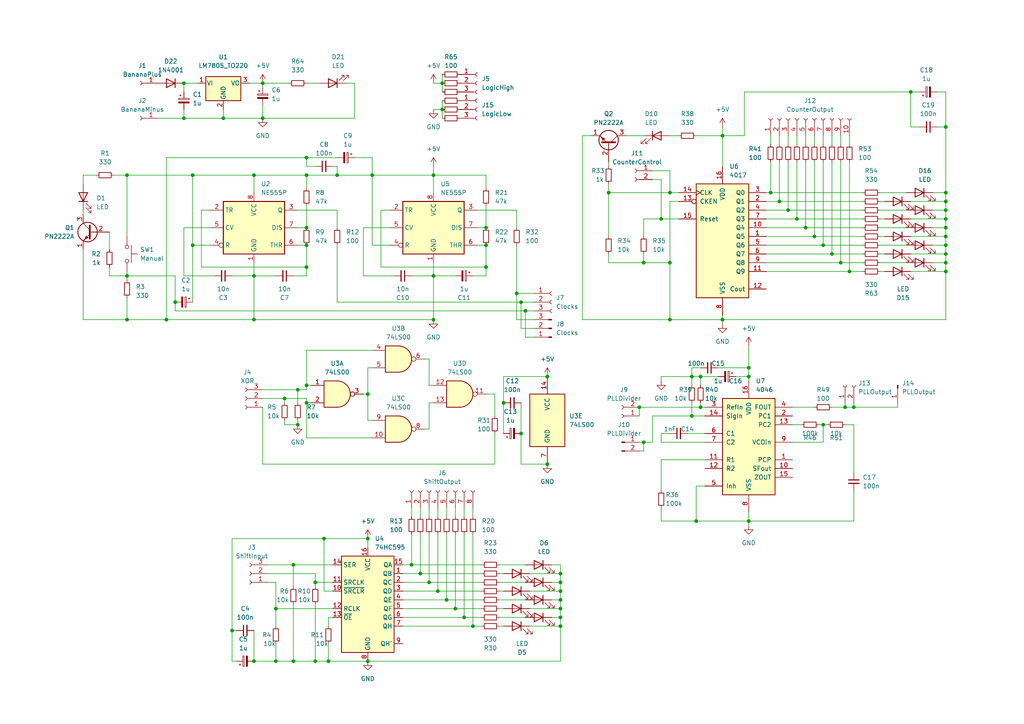
<source format=kicad_sch>
(kicad_sch (version 20230121) (generator eeschema)
  (paper "A4")
  (junction (at 203.2 109.22))
  (junction (at 162.56 171.45))
  (junction (at 82.55 115.57))
  (junction (at 264.16 26.67))
  (junction (at 217.17 151.13))
  (junction (at 88.9 45.72))
  (junction (at 233.68 66.04))
  (junction (at 186.69 76.2))
  (junction (at 53.34 34.29))
  (junction (at 176.53 55.88))
  (junction (at 151.13 125.73))
  (junction (at 274.32 55.88))
  (junction (at 91.44 191.77))
  (junction (at 274.32 73.66))
  (junction (at 140.97 66.04))
  (junction (at 186.69 128.27))
  (junction (at 194.31 55.88))
  (junction (at 274.32 76.2))
  (junction (at 191.77 63.5))
  (junction (at 146.05 116.84))
  (junction (at 88.9 50.8))
  (junction (at 55.88 71.12))
  (junction (at 125.73 50.8))
  (junction (at 201.93 151.13))
  (junction (at 274.32 63.5))
  (junction (at 88.9 77.47))
  (junction (at 97.79 50.8))
  (junction (at 162.56 176.53))
  (junction (at 238.76 123.19))
  (junction (at 76.2 24.13))
  (junction (at 247.65 118.11))
  (junction (at 76.2 34.29))
  (junction (at 200.66 109.22))
  (junction (at 203.2 118.11))
  (junction (at 134.62 179.07))
  (junction (at 36.83 92.71))
  (junction (at 209.55 39.37))
  (junction (at 106.68 156.21))
  (junction (at 128.27 24.13))
  (junction (at 93.98 156.21))
  (junction (at 231.14 63.5))
  (junction (at 209.55 92.71))
  (junction (at 246.38 78.74))
  (junction (at 95.25 191.77))
  (junction (at 106.68 114.3))
  (junction (at 274.32 66.04))
  (junction (at 129.54 173.99))
  (junction (at 36.83 80.01))
  (junction (at 36.83 50.8))
  (junction (at 236.22 68.58))
  (junction (at 162.56 179.07))
  (junction (at 162.56 168.91))
  (junction (at 73.66 80.01))
  (junction (at 80.01 191.77))
  (junction (at 128.27 31.75))
  (junction (at 274.32 71.12))
  (junction (at 140.97 71.12))
  (junction (at 80.01 176.53))
  (junction (at 140.97 77.47))
  (junction (at 55.88 50.8))
  (junction (at 238.76 71.12))
  (junction (at 119.38 163.83))
  (junction (at 194.31 92.71))
  (junction (at 121.92 166.37))
  (junction (at 73.66 50.8))
  (junction (at 241.3 73.66))
  (junction (at 88.9 116.84))
  (junction (at 86.36 113.03))
  (junction (at 50.8 87.63))
  (junction (at 125.73 92.71))
  (junction (at 274.32 68.58))
  (junction (at 73.66 92.71))
  (junction (at 88.9 66.04))
  (junction (at 132.08 176.53))
  (junction (at 226.06 58.42))
  (junction (at 274.32 60.96))
  (junction (at 67.31 182.88))
  (junction (at 194.31 76.2))
  (junction (at 158.75 109.22))
  (junction (at 73.66 191.77))
  (junction (at 200.66 120.65))
  (junction (at 149.86 85.09))
  (junction (at 91.44 168.91))
  (junction (at 124.46 168.91))
  (junction (at 125.73 80.01))
  (junction (at 152.4 90.17))
  (junction (at 106.68 191.77))
  (junction (at 151.13 87.63))
  (junction (at 162.56 181.61))
  (junction (at 86.36 123.19))
  (junction (at 162.56 173.99))
  (junction (at 243.84 76.2))
  (junction (at 274.32 58.42))
  (junction (at 274.32 78.74))
  (junction (at 48.26 92.71))
  (junction (at 245.11 118.11))
  (junction (at 85.09 191.77))
  (junction (at 274.32 36.83))
  (junction (at 217.17 109.22))
  (junction (at 85.09 163.83))
  (junction (at 185.42 118.11))
  (junction (at 64.77 34.29))
  (junction (at 88.9 71.12))
  (junction (at 88.9 111.76))
  (junction (at 107.95 50.8))
  (junction (at 127 171.45))
  (junction (at 217.17 106.68))
  (junction (at 223.52 55.88))
  (junction (at 53.34 24.13))
  (junction (at 162.56 166.37))
  (junction (at 228.6 60.96))
  (junction (at 137.16 181.61))
  (junction (at 158.75 134.62))
  (wire (pts (xy 149.86 71.12) (xy 149.86 85.09)))
  (wire (pts (xy 203.2 118.11) (xy 204.47 118.11)))
  (wire (pts (xy 238.76 128.27) (xy 229.87 128.27)))
  (wire (pts (xy 217.17 151.13) (xy 217.17 148.59)))
  (wire (pts (xy 245.11 123.19) (xy 247.65 123.19)))
  (wire (pts (xy 93.98 171.45) (xy 96.52 171.45)))
  (wire (pts (xy 151.13 95.25) (xy 154.94 95.25)))
  (wire (pts (xy 209.55 93.98) (xy 209.55 92.71)))
  (wire (pts (xy 82.55 115.57) (xy 82.55 116.84)))
  (wire (pts (xy 55.88 50.8) (xy 73.66 50.8)))
  (wire (pts (xy 102.87 34.29) (xy 76.2 34.29)))
  (wire (pts (xy 200.66 106.68) (xy 200.66 109.22)))
  (wire (pts (xy 124.46 147.32) (xy 124.46 149.86)))
  (wire (pts (xy 129.54 154.94) (xy 129.54 173.99)))
  (wire (pts (xy 48.26 45.72) (xy 88.9 45.72)))
  (wire (pts (xy 247.65 116.84) (xy 247.65 118.11)))
  (wire (pts (xy 119.38 163.83) (xy 139.7 163.83)))
  (wire (pts (xy 86.36 123.19) (xy 86.36 121.92)))
  (wire (pts (xy 144.78 181.61) (xy 146.05 181.61)))
  (wire (pts (xy 73.66 50.8) (xy 73.66 55.88)))
  (wire (pts (xy 105.41 66.04) (xy 105.41 80.01)))
  (wire (pts (xy 124.46 124.46) (xy 123.19 124.46)))
  (wire (pts (xy 204.47 133.35) (xy 191.77 133.35)))
  (wire (pts (xy 82.55 121.92) (xy 82.55 123.19)))
  (wire (pts (xy 107.95 121.92) (xy 106.68 121.92)))
  (wire (pts (xy 125.73 76.2) (xy 125.73 80.01)))
  (wire (pts (xy 116.84 181.61) (xy 137.16 181.61)))
  (wire (pts (xy 194.31 58.42) (xy 194.31 76.2)))
  (wire (pts (xy 264.16 58.42) (xy 274.32 58.42)))
  (wire (pts (xy 223.52 55.88) (xy 250.19 55.88)))
  (wire (pts (xy 176.53 68.58) (xy 176.53 55.88)))
  (wire (pts (xy 137.16 154.94) (xy 137.16 181.61)))
  (wire (pts (xy 119.38 154.94) (xy 119.38 163.83)))
  (wire (pts (xy 255.27 60.96) (xy 262.89 60.96)))
  (wire (pts (xy 144.78 163.83) (xy 152.4 163.83)))
  (wire (pts (xy 73.66 80.01) (xy 80.01 80.01)))
  (wire (pts (xy 97.79 48.26) (xy 97.79 50.8)))
  (wire (pts (xy 264.16 63.5) (xy 274.32 63.5)))
  (wire (pts (xy 255.27 78.74) (xy 256.54 78.74)))
  (wire (pts (xy 231.14 63.5) (xy 250.19 63.5)))
  (wire (pts (xy 82.55 123.19) (xy 86.36 123.19)))
  (wire (pts (xy 125.73 31.75) (xy 128.27 31.75)))
  (wire (pts (xy 53.34 66.04) (xy 53.34 80.01)))
  (wire (pts (xy 106.68 156.21) (xy 106.68 158.75)))
  (wire (pts (xy 241.3 118.11) (xy 245.11 118.11)))
  (wire (pts (xy 168.91 92.71) (xy 194.31 92.71)))
  (wire (pts (xy 162.56 166.37) (xy 162.56 163.83)))
  (wire (pts (xy 191.77 109.22) (xy 200.66 109.22)))
  (wire (pts (xy 106.68 191.77) (xy 162.56 191.77)))
  (wire (pts (xy 160.02 168.91) (xy 162.56 168.91)))
  (wire (pts (xy 80.01 176.53) (xy 80.01 181.61)))
  (wire (pts (xy 88.9 50.8) (xy 97.79 50.8)))
  (wire (pts (xy 222.25 71.12) (xy 238.76 71.12)))
  (wire (pts (xy 264.16 68.58) (xy 274.32 68.58)))
  (wire (pts (xy 85.09 163.83) (xy 85.09 170.18)))
  (wire (pts (xy 86.36 113.03) (xy 86.36 116.84)))
  (wire (pts (xy 215.9 26.67) (xy 215.9 39.37)))
  (wire (pts (xy 129.54 173.99) (xy 139.7 173.99)))
  (wire (pts (xy 67.31 156.21) (xy 67.31 182.88)))
  (wire (pts (xy 55.88 71.12) (xy 55.88 87.63)))
  (wire (pts (xy 128.27 29.21) (xy 128.27 31.75)))
  (wire (pts (xy 125.73 48.26) (xy 125.73 50.8)))
  (wire (pts (xy 185.42 118.11) (xy 203.2 118.11)))
  (wire (pts (xy 236.22 46.99) (xy 236.22 68.58)))
  (wire (pts (xy 125.73 80.01) (xy 125.73 92.71)))
  (wire (pts (xy 140.97 80.01) (xy 140.97 77.47)))
  (wire (pts (xy 82.55 115.57) (xy 88.9 115.57)))
  (wire (pts (xy 260.35 116.84) (xy 260.35 118.11)))
  (wire (pts (xy 116.84 163.83) (xy 119.38 163.83)))
  (wire (pts (xy 128.27 21.59) (xy 128.27 24.13)))
  (wire (pts (xy 116.84 173.99) (xy 129.54 173.99)))
  (wire (pts (xy 191.77 63.5) (xy 196.85 63.5)))
  (wire (pts (xy 243.84 76.2) (xy 250.19 76.2)))
  (wire (pts (xy 162.56 168.91) (xy 162.56 171.45)))
  (wire (pts (xy 113.03 60.96) (xy 110.49 60.96)))
  (wire (pts (xy 73.66 76.2) (xy 73.66 80.01)))
  (wire (pts (xy 144.78 171.45) (xy 146.05 171.45)))
  (wire (pts (xy 186.69 68.58) (xy 186.69 63.5)))
  (wire (pts (xy 67.31 182.88) (xy 68.58 182.88)))
  (wire (pts (xy 134.62 179.07) (xy 139.7 179.07)))
  (wire (pts (xy 186.69 128.27) (xy 186.69 130.81)))
  (wire (pts (xy 176.53 46.99) (xy 176.53 48.26)))
  (wire (pts (xy 88.9 71.12) (xy 86.36 71.12)))
  (wire (pts (xy 76.2 115.57) (xy 82.55 115.57)))
  (wire (pts (xy 137.16 147.32) (xy 137.16 149.86)))
  (wire (pts (xy 76.2 113.03) (xy 86.36 113.03)))
  (wire (pts (xy 194.31 49.53) (xy 194.31 55.88)))
  (wire (pts (xy 264.16 78.74) (xy 274.32 78.74)))
  (wire (pts (xy 55.88 71.12) (xy 55.88 50.8)))
  (wire (pts (xy 222.25 68.58) (xy 236.22 68.58)))
  (wire (pts (xy 91.44 168.91) (xy 96.52 168.91)))
  (wire (pts (xy 247.65 118.11) (xy 245.11 118.11)))
  (wire (pts (xy 149.86 85.09) (xy 149.86 92.71)))
  (wire (pts (xy 76.2 34.29) (xy 76.2 30.48)))
  (wire (pts (xy 144.78 168.91) (xy 152.4 168.91)))
  (wire (pts (xy 209.55 36.83) (xy 209.55 39.37)))
  (wire (pts (xy 86.36 60.96) (xy 97.79 60.96)))
  (wire (pts (xy 274.32 36.83) (xy 274.32 55.88)))
  (wire (pts (xy 222.25 76.2) (xy 243.84 76.2)))
  (wire (pts (xy 255.27 71.12) (xy 262.89 71.12)))
  (wire (pts (xy 238.76 39.37) (xy 238.76 41.91)))
  (wire (pts (xy 194.31 92.71) (xy 209.55 92.71)))
  (wire (pts (xy 107.95 45.72) (xy 107.95 50.8)))
  (wire (pts (xy 93.98 156.21) (xy 93.98 171.45)))
  (wire (pts (xy 151.13 116.84) (xy 151.13 125.73)))
  (wire (pts (xy 125.73 80.01) (xy 132.08 80.01)))
  (wire (pts (xy 194.31 76.2) (xy 194.31 92.71)))
  (wire (pts (xy 86.36 66.04) (xy 88.9 66.04)))
  (wire (pts (xy 48.26 92.71) (xy 48.26 45.72)))
  (wire (pts (xy 176.53 76.2) (xy 186.69 76.2)))
  (wire (pts (xy 203.2 106.68) (xy 200.66 106.68)))
  (wire (pts (xy 191.77 125.73) (xy 194.31 125.73)))
  (wire (pts (xy 199.39 125.73) (xy 204.47 125.73)))
  (wire (pts (xy 140.97 59.69) (xy 140.97 66.04)))
  (wire (pts (xy 73.66 80.01) (xy 73.66 92.71)))
  (wire (pts (xy 88.9 45.72) (xy 97.79 45.72)))
  (wire (pts (xy 266.7 36.83) (xy 264.16 36.83)))
  (wire (pts (xy 236.22 39.37) (xy 236.22 41.91)))
  (wire (pts (xy 121.92 147.32) (xy 121.92 149.86)))
  (wire (pts (xy 201.93 39.37) (xy 209.55 39.37)))
  (wire (pts (xy 125.73 50.8) (xy 125.73 55.88)))
  (wire (pts (xy 116.84 179.07) (xy 134.62 179.07)))
  (wire (pts (xy 194.31 49.53) (xy 189.23 49.53)))
  (wire (pts (xy 116.84 171.45) (xy 127 171.45)))
  (wire (pts (xy 162.56 191.77) (xy 162.56 181.61)))
  (wire (pts (xy 215.9 39.37) (xy 209.55 39.37)))
  (wire (pts (xy 57.15 24.13) (xy 53.34 24.13)))
  (wire (pts (xy 233.68 46.99) (xy 233.68 66.04)))
  (wire (pts (xy 93.98 156.21) (xy 67.31 156.21)))
  (wire (pts (xy 88.9 59.69) (xy 88.9 66.04)))
  (wire (pts (xy 140.97 114.3) (xy 143.51 114.3)))
  (wire (pts (xy 255.27 63.5) (xy 256.54 63.5)))
  (wire (pts (xy 36.83 80.01) (xy 36.83 78.74)))
  (wire (pts (xy 138.43 60.96) (xy 149.86 60.96)))
  (wire (pts (xy 24.13 62.23) (xy 24.13 60.96)))
  (wire (pts (xy 88.9 111.76) (xy 88.9 101.6)))
  (wire (pts (xy 88.9 24.13) (xy 92.71 24.13)))
  (wire (pts (xy 107.95 71.12) (xy 107.95 50.8)))
  (wire (pts (xy 246.38 39.37) (xy 246.38 41.91)))
  (wire (pts (xy 124.46 104.14) (xy 124.46 111.76)))
  (wire (pts (xy 129.54 147.32) (xy 129.54 149.86)))
  (wire (pts (xy 121.92 154.94) (xy 121.92 166.37)))
  (wire (pts (xy 160.02 179.07) (xy 162.56 179.07)))
  (wire (pts (xy 153.67 171.45) (xy 162.56 171.45)))
  (wire (pts (xy 151.13 134.62) (xy 158.75 134.62)))
  (wire (pts (xy 53.34 80.01) (xy 62.23 80.01)))
  (wire (pts (xy 162.56 181.61) (xy 153.67 181.61)))
  (wire (pts (xy 217.17 106.68) (xy 217.17 109.22)))
  (wire (pts (xy 255.27 66.04) (xy 262.89 66.04)))
  (wire (pts (xy 238.76 123.19) (xy 238.76 128.27)))
  (wire (pts (xy 274.32 68.58) (xy 274.32 71.12)))
  (wire (pts (xy 274.32 58.42) (xy 274.32 60.96)))
  (wire (pts (xy 116.84 166.37) (xy 121.92 166.37)))
  (wire (pts (xy 97.79 50.8) (xy 107.95 50.8)))
  (wire (pts (xy 45.72 34.29) (xy 53.34 34.29)))
  (wire (pts (xy 247.65 123.19) (xy 247.65 137.16)))
  (wire (pts (xy 223.52 39.37) (xy 223.52 41.91)))
  (wire (pts (xy 88.9 127) (xy 88.9 116.84)))
  (wire (pts (xy 134.62 147.32) (xy 134.62 149.86)))
  (wire (pts (xy 185.42 118.11) (xy 185.42 120.65)))
  (wire (pts (xy 151.13 87.63) (xy 154.94 87.63)))
  (wire (pts (xy 204.47 140.97) (xy 201.93 140.97)))
  (wire (pts (xy 85.09 80.01) (xy 88.9 80.01)))
  (wire (pts (xy 58.42 60.96) (xy 58.42 77.47)))
  (wire (pts (xy 189.23 52.07) (xy 191.77 52.07)))
  (wire (pts (xy 124.46 154.94) (xy 124.46 168.91)))
  (wire (pts (xy 73.66 92.71) (xy 125.73 92.71)))
  (wire (pts (xy 124.46 116.84) (xy 124.46 124.46)))
  (wire (pts (xy 191.77 147.32) (xy 191.77 151.13)))
  (wire (pts (xy 127 171.45) (xy 139.7 171.45)))
  (wire (pts (xy 226.06 46.99) (xy 226.06 58.42)))
  (wire (pts (xy 191.77 133.35) (xy 191.77 142.24)))
  (wire (pts (xy 217.17 151.13) (xy 217.17 152.4)))
  (wire (pts (xy 233.68 39.37) (xy 233.68 41.91)))
  (wire (pts (xy 72.39 24.13) (xy 76.2 24.13)))
  (wire (pts (xy 186.69 76.2) (xy 194.31 76.2)))
  (wire (pts (xy 226.06 58.42) (xy 250.19 58.42)))
  (wire (pts (xy 106.68 121.92) (xy 106.68 114.3)))
  (wire (pts (xy 222.25 66.04) (xy 233.68 66.04)))
  (wire (pts (xy 223.52 46.99) (xy 223.52 55.88)))
  (wire (pts (xy 76.2 24.13) (xy 76.2 25.4)))
  (wire (pts (xy 146.05 116.84) (xy 146.05 125.73)))
  (wire (pts (xy 264.16 26.67) (xy 266.7 26.67)))
  (wire (pts (xy 189.23 120.65) (xy 200.66 120.65)))
  (wire (pts (xy 176.53 73.66) (xy 176.53 76.2)))
  (wire (pts (xy 24.13 50.8) (xy 27.94 50.8)))
  (wire (pts (xy 270.51 76.2) (xy 274.32 76.2)))
  (wire (pts (xy 88.9 50.8) (xy 88.9 54.61)))
  (wire (pts (xy 274.32 71.12) (xy 274.32 73.66)))
  (wire (pts (xy 209.55 92.71) (xy 209.55 91.44)))
  (wire (pts (xy 91.44 175.26) (xy 91.44 191.77)))
  (wire (pts (xy 274.32 55.88) (xy 274.32 58.42)))
  (wire (pts (xy 215.9 26.67) (xy 264.16 26.67)))
  (wire (pts (xy 200.66 120.65) (xy 204.47 120.65)))
  (wire (pts (xy 80.01 168.91) (xy 80.01 176.53)))
  (wire (pts (xy 162.56 166.37) (xy 162.56 168.91)))
  (wire (pts (xy 229.87 118.11) (xy 236.22 118.11)))
  (wire (pts (xy 241.3 73.66) (xy 250.19 73.66)))
  (wire (pts (xy 91.44 168.91) (xy 91.44 170.18)))
  (wire (pts (xy 128.27 24.13) (xy 128.27 26.67)))
  (wire (pts (xy 144.78 179.07) (xy 152.4 179.07)))
  (wire (pts (xy 80.01 191.77) (xy 85.09 191.77)))
  (wire (pts (xy 151.13 87.63) (xy 151.13 95.25)))
  (wire (pts (xy 144.78 173.99) (xy 152.4 173.99)))
  (wire (pts (xy 121.92 166.37) (xy 139.7 166.37)))
  (wire (pts (xy 137.16 181.61) (xy 139.7 181.61)))
  (wire (pts (xy 88.9 48.26) (xy 88.9 45.72)))
  (wire (pts (xy 228.6 39.37) (xy 228.6 41.91)))
  (wire (pts (xy 134.62 154.94) (xy 134.62 179.07)))
  (wire (pts (xy 85.09 191.77) (xy 91.44 191.77)))
  (wire (pts (xy 203.2 109.22) (xy 208.28 109.22)))
  (wire (pts (xy 95.25 179.07) (xy 95.25 181.61)))
  (wire (pts (xy 67.31 182.88) (xy 67.31 191.77)))
  (wire (pts (xy 160.02 173.99) (xy 162.56 173.99)))
  (wire (pts (xy 119.38 147.32) (xy 119.38 149.86)))
  (wire (pts (xy 270.51 66.04) (xy 274.32 66.04)))
  (wire (pts (xy 222.25 73.66) (xy 241.3 73.66)))
  (wire (pts (xy 274.32 26.67) (xy 271.78 26.67)))
  (wire (pts (xy 97.79 60.96) (xy 97.79 66.04)))
  (wire (pts (xy 36.83 50.8) (xy 55.88 50.8)))
  (wire (pts (xy 116.84 176.53) (xy 132.08 176.53)))
  (wire (pts (xy 260.35 118.11) (xy 247.65 118.11)))
  (wire (pts (xy 146.05 109.22) (xy 158.75 109.22)))
  (wire (pts (xy 77.47 166.37) (xy 91.44 166.37)))
  (wire (pts (xy 191.77 110.49) (xy 191.77 109.22)))
  (wire (pts (xy 162.56 173.99) (xy 162.56 176.53)))
  (wire (pts (xy 124.46 168.91) (xy 139.7 168.91)))
  (wire (pts (xy 132.08 154.94) (xy 132.08 176.53)))
  (wire (pts (xy 191.77 128.27) (xy 191.77 125.73)))
  (wire (pts (xy 255.27 55.88) (xy 262.89 55.88)))
  (wire (pts (xy 274.32 76.2) (xy 274.32 78.74)))
  (wire (pts (xy 53.34 31.75) (xy 53.34 34.29)))
  (wire (pts (xy 213.36 109.22) (xy 217.17 109.22)))
  (wire (pts (xy 203.2 111.76) (xy 203.2 109.22)))
  (wire (pts (xy 33.02 50.8) (xy 36.83 50.8)))
  (wire (pts (xy 95.25 191.77) (xy 106.68 191.77)))
  (wire (pts (xy 125.73 116.84) (xy 124.46 116.84)))
  (wire (pts (xy 58.42 77.47) (xy 88.9 77.47)))
  (wire (pts (xy 191.77 52.07) (xy 191.77 63.5)))
  (wire (pts (xy 76.2 118.11) (xy 76.2 134.62)))
  (wire (pts (xy 189.23 120.65) (xy 189.23 128.27)))
  (wire (pts (xy 222.25 60.96) (xy 228.6 60.96)))
  (wire (pts (xy 60.96 60.96) (xy 58.42 60.96)))
  (wire (pts (xy 231.14 39.37) (xy 231.14 41.91)))
  (wire (pts (xy 168.91 39.37) (xy 171.45 39.37)))
  (wire (pts (xy 97.79 87.63) (xy 151.13 87.63)))
  (wire (pts (xy 85.09 175.26) (xy 85.09 191.77)))
  (wire (pts (xy 143.51 125.73) (xy 143.51 134.62)))
  (wire (pts (xy 238.76 123.19) (xy 240.03 123.19)))
  (wire (pts (xy 274.32 63.5) (xy 274.32 66.04)))
  (wire (pts (xy 241.3 39.37) (xy 241.3 41.91)))
  (wire (pts (xy 50.8 90.17) (xy 152.4 90.17)))
  (wire (pts (xy 152.4 90.17) (xy 152.4 97.79)))
  (wire (pts (xy 77.47 168.91) (xy 80.01 168.91)))
  (wire (pts (xy 153.67 176.53) (xy 162.56 176.53)))
  (wire (pts (xy 149.86 60.96) (xy 149.86 66.04)))
  (wire (pts (xy 77.47 163.83) (xy 85.09 163.83)))
  (wire (pts (xy 201.93 140.97) (xy 201.93 151.13)))
  (wire (pts (xy 96.52 179.07) (xy 95.25 179.07)))
  (wire (pts (xy 50.8 80.01) (xy 50.8 87.63)))
  (wire (pts (xy 222.25 55.88) (xy 223.52 55.88)))
  (wire (pts (xy 181.61 39.37) (xy 186.69 39.37)))
  (wire (pts (xy 102.87 24.13) (xy 102.87 34.29)))
  (wire (pts (xy 255.27 68.58) (xy 256.54 68.58)))
  (wire (pts (xy 255.27 58.42) (xy 256.54 58.42)))
  (wire (pts (xy 152.4 97.79) (xy 154.94 97.79)))
  (wire (pts (xy 85.09 163.83) (xy 96.52 163.83)))
  (wire (pts (xy 86.36 113.03) (xy 88.9 113.03)))
  (wire (pts (xy 95.25 186.69) (xy 95.25 191.77)))
  (wire (pts (xy 110.49 77.47) (xy 140.97 77.47)))
  (wire (pts (xy 186.69 63.5) (xy 191.77 63.5)))
  (wire (pts (xy 132.08 147.32) (xy 132.08 149.86)))
  (wire (pts (xy 144.78 176.53) (xy 146.05 176.53)))
  (wire (pts (xy 107.95 127) (xy 88.9 127)))
  (wire (pts (xy 73.66 191.77) (xy 80.01 191.77)))
  (wire (pts (xy 162.56 171.45) (xy 162.56 173.99)))
  (wire (pts (xy 24.13 72.39) (xy 24.13 92.71)))
  (wire (pts (xy 228.6 46.99) (xy 228.6 60.96)))
  (wire (pts (xy 105.41 114.3) (xy 106.68 114.3)))
  (wire (pts (xy 222.25 78.74) (xy 246.38 78.74)))
  (wire (pts (xy 88.9 80.01) (xy 88.9 77.47)))
  (wire (pts (xy 231.14 46.99) (xy 231.14 63.5)))
  (wire (pts (xy 100.33 24.13) (xy 102.87 24.13)))
  (wire (pts (xy 146.05 116.84) (xy 146.05 109.22)))
  (wire (pts (xy 60.96 71.12) (xy 55.88 71.12)))
  (wire (pts (xy 247.65 142.24) (xy 247.65 151.13)))
  (wire (pts (xy 200.66 109.22) (xy 200.66 111.76)))
  (wire (pts (xy 113.03 66.04) (xy 105.41 66.04)))
  (wire (pts (xy 36.83 80.01) (xy 50.8 80.01)))
  (wire (pts (xy 60.96 66.04) (xy 53.34 66.04)))
  (wire (pts (xy 209.55 39.37) (xy 209.55 48.26)))
  (wire (pts (xy 73.66 182.88) (xy 73.66 191.77)))
  (wire (pts (xy 102.87 45.72) (xy 107.95 45.72)))
  (wire (pts (xy 255.27 76.2) (xy 262.89 76.2)))
  (wire (pts (xy 228.6 60.96) (xy 250.19 60.96)))
  (wire (pts (xy 119.38 80.01) (xy 125.73 80.01)))
  (wire (pts (xy 243.84 46.99) (xy 243.84 76.2)))
  (wire (pts (xy 125.73 24.13) (xy 128.27 24.13)))
  (wire (pts (xy 201.93 151.13) (xy 217.17 151.13)))
  (wire (pts (xy 24.13 92.71) (xy 36.83 92.71)))
  (wire (pts (xy 24.13 53.34) (xy 24.13 50.8)))
  (wire (pts (xy 80.01 186.69) (xy 80.01 191.77)))
  (wire (pts (xy 222.25 58.42) (xy 226.06 58.42)))
  (wire (pts (xy 274.32 66.04) (xy 274.32 68.58)))
  (wire (pts (xy 194.31 39.37) (xy 196.85 39.37)))
  (wire (pts (xy 36.83 86.36) (xy 36.83 92.71)))
  (wire (pts (xy 238.76 71.12) (xy 250.19 71.12)))
  (wire (pts (xy 274.32 60.96) (xy 274.32 63.5)))
  (wire (pts (xy 274.32 26.67) (xy 274.32 36.83)))
  (wire (pts (xy 186.69 128.27) (xy 189.23 128.27)))
  (wire (pts (xy 217.17 109.22) (xy 217.17 110.49)))
  (wire (pts (xy 246.38 78.74) (xy 250.19 78.74)))
  (wire (pts (xy 106.68 156.21) (xy 93.98 156.21)))
  (wire (pts (xy 53.34 24.13) (xy 53.34 26.67)))
  (wire (pts (xy 96.52 48.26) (xy 97.79 48.26)))
  (wire (pts (xy 128.27 31.75) (xy 128.27 34.29)))
  (wire (pts (xy 185.42 128.27) (xy 186.69 128.27)))
  (wire (pts (xy 96.52 176.53) (xy 80.01 176.53)))
  (wire (pts (xy 50.8 87.63) (xy 50.8 90.17)))
  (wire (pts (xy 67.31 80.01) (xy 73.66 80.01)))
  (wire (pts (xy 246.38 46.99) (xy 246.38 78.74)))
  (wire (pts (xy 110.49 60.96) (xy 110.49 77.47)))
  (wire (pts (xy 226.06 39.37) (xy 226.06 41.91)))
  (wire (pts (xy 209.55 92.71) (xy 274.32 92.71)))
  (wire (pts (xy 36.83 80.01) (xy 36.83 81.28)))
  (wire (pts (xy 236.22 68.58) (xy 250.19 68.58)))
  (wire (pts (xy 31.75 67.31) (xy 31.75 72.39)))
  (wire (pts (xy 152.4 90.17) (xy 154.94 90.17)))
  (wire (pts (xy 91.44 48.26) (xy 88.9 48.26)))
  (wire (pts (xy 208.28 106.68) (xy 217.17 106.68)))
  (wire (pts (xy 153.67 166.37) (xy 162.56 166.37)))
  (wire (pts (xy 238.76 46.99) (xy 238.76 71.12)))
  (wire (pts (xy 140.97 77.47) (xy 140.97 71.12)))
  (wire (pts (xy 116.84 168.91) (xy 124.46 168.91)))
  (wire (pts (xy 76.2 24.13) (xy 83.82 24.13)))
  (wire (pts (xy 233.68 66.04) (xy 250.19 66.04)))
  (wire (pts (xy 217.17 100.33) (xy 217.17 106.68)))
  (wire (pts (xy 88.9 101.6) (xy 107.95 101.6)))
  (wire (pts (xy 270.51 60.96) (xy 274.32 60.96)))
  (wire (pts (xy 191.77 151.13) (xy 201.93 151.13)))
  (wire (pts (xy 64.77 34.29) (xy 76.2 34.29)))
  (wire (pts (xy 162.56 176.53) (xy 162.56 179.07)))
  (wire (pts (xy 107.95 50.8) (xy 125.73 50.8)))
  (wire (pts (xy 204.47 128.27) (xy 191.77 128.27)))
  (wire (pts (xy 143.51 114.3) (xy 143.51 120.65)))
  (wire (pts (xy 241.3 46.99) (xy 241.3 73.66)))
  (wire (pts (xy 31.75 80.01) (xy 36.83 80.01)))
  (wire (pts (xy 132.08 176.53) (xy 139.7 176.53)))
  (wire (pts (xy 64.77 31.75) (xy 64.77 34.29)))
  (wire (pts (xy 185.42 130.81) (xy 186.69 130.81)))
  (wire (pts (xy 229.87 123.19) (xy 232.41 123.19)))
  (wire (pts (xy 105.41 80.01) (xy 114.3 80.01)))
  (wire (pts (xy 88.9 116.84) (xy 90.17 116.84)))
  (wire (pts (xy 274.32 78.74) (xy 274.32 92.71)))
  (wire (pts (xy 123.19 104.14) (xy 124.46 104.14)))
  (wire (pts (xy 186.69 73.66) (xy 186.69 76.2)))
  (wire (pts (xy 140.97 50.8) (xy 140.97 54.61)))
  (wire (pts (xy 90.17 111.76) (xy 88.9 111.76)))
  (wire (pts (xy 127 154.94) (xy 127 171.45)))
  (wire (pts (xy 168.91 92.71) (xy 168.91 39.37)))
  (wire (pts (xy 245.11 116.84) (xy 245.11 118.11)))
  (wire (pts (xy 140.97 71.12) (xy 138.43 71.12)))
  (wire (pts (xy 48.26 92.71) (xy 73.66 92.71)))
  (wire (pts (xy 137.16 80.01) (xy 140.97 80.01)))
  (wire (pts (xy 154.94 85.09) (xy 149.86 85.09)))
  (wire (pts (xy 106.68 106.68) (xy 107.95 106.68)))
  (wire (pts (xy 162.56 179.07) (xy 162.56 181.61)))
  (wire (pts (xy 106.68 114.3) (xy 106.68 106.68)))
  (wire (pts (xy 264.16 73.66) (xy 274.32 73.66)))
  (wire (pts (xy 36.83 68.58) (xy 36.83 50.8)))
  (wire (pts (xy 162.56 163.83) (xy 160.02 163.83)))
  (wire (pts (xy 274.32 73.66) (xy 274.32 76.2)))
  (wire (pts (xy 151.13 125.73) (xy 151.13 134.62)))
  (wire (pts (xy 271.78 36.83) (xy 274.32 36.83)))
  (wire (pts (xy 196.85 58.42) (xy 194.31 58.42)))
  (wire (pts (xy 73.66 50.8) (xy 88.9 50.8)))
  (wire (pts (xy 270.51 55.88) (xy 274.32 55.88)))
  (wire (pts (xy 76.2 134.62) (xy 143.51 134.62)))
  (wire (pts (xy 125.73 50.8) (xy 140.97 50.8)))
  (wire (pts (xy 127 147.32) (xy 127 149.86)))
  (wire (pts (xy 53.34 34.29) (xy 64.77 34.29)))
  (wire (pts (xy 176.53 55.88) (xy 194.31 55.88)))
  (wire (pts (xy 67.31 191.77) (xy 68.58 191.77)))
  (wire (pts (xy 88.9 115.57) (xy 88.9 116.84)))
  (wire (pts (xy 264.16 26.67) (xy 264.16 36.83)))
  (wire (pts (xy 91.44 191.77) (xy 95.25 191.77)))
  (wire (pts (xy 88.9 77.47) (xy 88.9 71.12)))
  (wire (pts (xy 243.84 39.37) (xy 243.84 41.91)))
  (wire (pts (xy 270.51 71.12) (xy 274.32 71.12)))
  (wire (pts (xy 97.79 71.12) (xy 97.79 87.63)))
  (wire (pts (xy 176.53 53.34) (xy 176.53 55.88)))
  (wire (pts (xy 144.78 166.37) (xy 146.05 166.37)))
  (wire (pts (xy 255.27 73.66) (xy 256.54 73.66)))
  (wire (pts (xy 138.43 66.04) (xy 140.97 66.04)))
  (wire (pts (xy 36.83 92.71) (xy 48.26 92.71)))
  (wire (pts (xy 194.31 55.88) (xy 196.85 55.88)))
  (wire (pts (xy 31.75 77.47) (xy 31.75 80.01)))
  (wire (pts (xy 125.73 111.76) (xy 124.46 111.76)))
  (wire (pts (xy 91.44 166.37) (xy 91.44 168.91)))
  (wire (pts (xy 247.65 151.13) (xy 217.17 151.13)))
  (wire (pts (xy 203.2 109.22) (xy 200.66 109.22)))
  (wire (pts (xy 149.86 92.71) (xy 154.94 92.71)))
  (wire (pts (xy 88.9 113.03) (xy 88.9 111.76)))
  (wire (pts (xy 200.66 116.84) (xy 200.66 120.65)))
  (wire (pts (xy 113.03 71.12) (xy 107.95 71.12)))
  (wire (pts (xy 203.2 116.84) (xy 203.2 118.11)))
  (wire (pts (xy 222.25 63.5) (xy 231.14 63.5)))
  (wire (pts (xy 237.49 123.19) (xy 238.76 123.19)))
  (symbol (lib_id "Device:LED") (at 96.52 24.13 180) (unit 1)
    (property "Reference" "D21" (at 98.1075 16.51 0))
    (property "Value" "LED" (at 98.1075 19.05 0))
    (property "Footprint" "LED_SMD:LED_0603_1608Metric_Pad1.05x0.95mm_HandSolder" (effects hide))
  )
  (symbol (lib_id "Regulator_Linear:LM7805_TO220") (at 64.77 24.13 0) (unit 1)
    (property "Reference" "U1" (at 64.77 16.51 0))
    (property "Value" "LM7805_TO220" (at 64.77 19.05 0))
    (property "Footprint" "Package_TO_SOT_THT:TO-220-3_Horizontal_TabDown" (effects hide))
    (property "Datasheet" "https://www.onsemi.cn/PowerSolutions/document/MC7800-D.PDF" (effects hide))
  )
  (symbol (lib_id "Device:R_Small") (at 236.22 44.45 0) (unit 1)
    (property "Reference" "R47" (effects hide))
    (property "Value" "100" (effects hide))
    (property "Footprint" "Resistor_SMD:R_0603_1608Metric_Pad0.98x0.95mm_HandSolder" (effects hide))
  )
  (symbol (lib_id "Device:C_Small") (at 205.74 106.68 270) (unit 1)
    (property "Reference" "C15" (at 208.28 105.41 90))
    (property "Value" "100n" (at 201.93 105.41 90))
    (property "Footprint" "Capacitor_SMD:C_0805_2012Metric_Pad1.18x1.45mm_HandSolder" (effects hide))
  )
  (symbol (lib_id "Device:R_Small") (at 176.53 50.8 0) (unit 1)
    (property "Reference" "R33" (at 171.45 49.53 0) (effects (justify left)))
    (property "Value" "1k" (at 172.72 52.07 0) (effects (justify left)))
    (property "Footprint" "Resistor_SMD:R_0603_1608Metric_Pad0.98x0.95mm_HandSolder" (effects hide))
  )
  (symbol (lib_id "Device:LED") (at 260.35 78.74 0) (mirror y) (unit 1)
    (property "Reference" "D15" (at 261.9375 86.36 0))
    (property "Value" "LED" (at 261.9375 83.82 0))
    (property "Footprint" "LED_SMD:LED_0603_1608Metric_Pad1.05x0.95mm_HandSolder" (effects hide))
  )
  (symbol (lib_id "Connector:Conn_01x01_Female") (at 40.64 24.13 180) (unit 1)
    (property "Reference" "J1" (at 41.275 19.05 0))
    (property "Value" "BananaPlus" (at 41.275 21.59 0))
    (property "Footprint" "Connector:Banana_Jack_1Pin" (effects hide))
  )
  (symbol (lib_id "Connector:Conn_01x02_Female") (at 245.11 111.76 90) (unit 1)
    (property "Reference" "J13" (at 248.92 111.1249 90) (effects (justify right)))
    (property "Value" "PLLOutput" (at 248.92 113.6649 90) (effects (justify right)))
    (property "Footprint" "Connector_PinHeader_2.54mm:PinHeader_1x02_P2.54mm_Vertical" (effects hide))
  )
  (symbol (lib_id "Device:R_Small") (at 95.25 184.15 0) (mirror x) (unit 1)
    (property "Reference" "R11" (at 93.98 184.15 0) (effects (justify right)))
    (property "Value" "10k" (at 95.25 186.69 0) (effects (justify right)))
    (property "Footprint" "Resistor_SMD:R_0603_1608Metric_Pad0.98x0.95mm_HandSolder" (effects hide))
  )
  (symbol (lib_id "Device:R_Small") (at 176.53 71.12 0) (unit 1)
    (property "Reference" "R34" (at 179.07 69.8499 0) (effects (justify left)))
    (property "Value" "10k" (at 179.07 72.3899 0) (effects (justify left)))
    (property "Footprint" "Resistor_SMD:R_0603_1608Metric_Pad0.98x0.95mm_HandSolder" (effects hide))
  )
  (symbol (lib_id "Device:R_Small") (at 252.73 73.66 270) (unit 1)
    (property "Reference" "R61" (effects hide))
    (property "Value" "330" (effects hide))
    (property "Footprint" "Resistor_SMD:R_0603_1608Metric_Pad0.98x0.95mm_HandSolder" (effects hide))
  )
  (symbol (lib_id "Device:R_Small") (at 97.79 68.58 180) (unit 1)
    (property "Reference" "R12" (at 100.33 67.3099 0) (effects (justify right)))
    (property "Value" "100" (at 100.33 69.8499 0) (effects (justify right)))
    (property "Footprint" "Resistor_SMD:R_0603_1608Metric_Pad0.98x0.95mm_HandSolder" (effects hide))
  )
  (symbol (lib_id "4xxx:4017") (at 209.55 68.58 0) (unit 1)
    (property "Reference" "U6" (at 211.5694 48.26 0) (effects (justify left)))
    (property "Value" "4017" (at 211.5694 50.8 0) (effects (justify left)))
    (property "Footprint" "Package_DIP:DIP-16_W7.62mm" (effects hide))
    (property "Datasheet" "http://www.intersil.com/content/dam/Intersil/documents/cd40/cd4017bms-22bms.pdf" (effects hide))
  )
  (symbol (lib_id "Timer:NE555P") (at 125.73 66.04 0) (unit 1)
    (property "Reference" "U5" (at 127.7494 53.34 0) (effects (justify left)))
    (property "Value" "NE555P" (at 127.7494 55.88 0) (effects (justify left)))
    (property "Footprint" "Package_DIP:DIP-8_W7.62mm" (effects hide))
    (property "Datasheet" "http://www.ti.com/lit/ds/symlink/ne555.pdf" (effects hide))
  )
  (symbol (lib_id "power:+5V") (at 125.73 24.13 0) (unit 1)
    (property "Reference" "#PWR015" (effects hide))
    (property "Value" "+5V" (at 125.73 19.05 0))
  )
  (symbol (lib_id "Device:LED") (at 260.35 63.5 0) (mirror y) (unit 1)
    (property "Reference" "D12" (effects hide))
    (property "Value" "LED" (effects hide))
    (property "Footprint" "LED_SMD:LED_0603_1608Metric_Pad1.05x0.95mm_HandSolder" (effects hide))
  )
  (symbol (lib_id "Device:LED") (at 260.35 58.42 0) (mirror y) (unit 1)
    (property "Reference" "D11" (effects hide))
    (property "Value" "LED" (effects hide))
    (property "Footprint" "LED_SMD:LED_0603_1608Metric_Pad1.05x0.95mm_HandSolder" (effects hide))
  )
  (symbol (lib_id "Device:C_Small") (at 148.59 116.84 90) (unit 1)
    (property "Reference" "C12" (at 148.5963 110.49 90))
    (property "Value" "100n" (at 148.5963 113.03 90))
    (property "Footprint" "Capacitor_SMD:C_0805_2012Metric_Pad1.18x1.45mm_HandSolder" (effects hide))
  )
  (symbol (lib_id "Device:C_Polarized_Small") (at 53.34 87.63 270) (unit 1)
    (property "Reference" "C2" (at 53.8861 81.28 90))
    (property "Value" "1u" (at 53.8861 83.82 90))
    (property "Footprint" "Capacitor_SMD:C_0603_1608Metric_Pad1.08x0.95mm_HandSolder" (effects hide))
  )
  (symbol (lib_id "Transistor_BJT:PN2222A") (at 176.53 41.91 270) (mirror x) (unit 1)
    (property "Reference" "Q2" (at 176.53 33.02 90))
    (property "Value" "PN2222A" (at 176.53 35.56 90))
    (property "Footprint" "Package_TO_SOT_THT:TO-92_Inline" (effects hide))
    (property "Datasheet" "https://www.onsemi.com/pub/Collateral/PN2222-D.PDF" (effects hide))
  )
  (symbol (lib_id "Connector:Conn_01x03_Female") (at 72.39 166.37 180) (unit 1)
    (property "Reference" "J3" (at 73.025 158.75 0))
    (property "Value" "ShiftInput" (at 73.025 161.29 0))
    (property "Footprint" "Connector_PinHeader_2.54mm:PinHeader_1x03_P2.54mm_Vertical" (effects hide))
  )
  (symbol (lib_id "Device:LED") (at 266.7 55.88 0) (mirror y) (unit 1)
    (property "Reference" "D16" (at 268.2875 49.53 0))
    (property "Value" "LED" (at 268.2875 52.07 0))
    (property "Footprint" "LED_SMD:LED_0603_1608Metric_Pad1.05x0.95mm_HandSolder" (effects hide))
  )
  (symbol (lib_id "Device:R_Small") (at 252.73 78.74 90) (mirror x) (unit 1)
    (property "Reference" "R63" (at 252.73 85.09 90))
    (property "Value" "330" (at 252.73 82.55 90))
    (property "Footprint" "Resistor_SMD:R_0603_1608Metric_Pad0.98x0.95mm_HandSolder" (effects hide))
  )
  (symbol (lib_id "Device:R_Small") (at 238.76 44.45 0) (unit 1)
    (property "Reference" "R48" (effects hide))
    (property "Value" "100" (effects hide))
    (property "Footprint" "Resistor_SMD:R_0603_1608Metric_Pad0.98x0.95mm_HandSolder" (effects hide))
  )
  (symbol (lib_id "Device:LED") (at 149.86 176.53 0) (mirror y) (unit 1)
    (property "Reference" "D4" (effects hide))
    (property "Value" "LED" (effects hide))
    (property "Footprint" "LED_SMD:LED_0603_1608Metric_Pad1.05x0.95mm_HandSolder" (effects hide))
  )
  (symbol (lib_id "74xx:74HC595") (at 106.68 173.99 0) (unit 1)
    (property "Reference" "U4" (at 108.6994 156.21 0) (effects (justify left)))
    (property "Value" "74HC595" (at 108.6994 158.75 0) (effects (justify left)))
    (property "Footprint" "Package_DIP:DIP-16_W7.62mm" (effects hide))
    (property "Datasheet" "http://www.ti.com/lit/ds/symlink/sn74hc595.pdf" (effects hide))
  )
  (symbol (lib_id "Device:R_Small") (at 149.86 68.58 180) (unit 1)
    (property "Reference" "R32" (at 152.4 67.3099 0) (effects (justify right)))
    (property "Value" "100" (at 152.4 69.8499 0) (effects (justify right)))
    (property "Footprint" "Resistor_SMD:R_0603_1608Metric_Pad0.98x0.95mm_HandSolder" (effects hide))
  )
  (symbol (lib_id "Device:LED") (at 24.13 57.15 90) (unit 1)
    (property "Reference" "D1" (at 27.94 57.4674 90) (effects (justify right)))
    (property "Value" "LED" (at 27.94 60.0074 90) (effects (justify right)))
    (property "Footprint" "LED_SMD:LED_0603_1608Metric_Pad1.05x0.95mm_HandSolder" (effects hide))
  )
  (symbol (lib_id "Device:R_Small") (at 252.73 58.42 270) (unit 1)
    (property "Reference" "R55" (effects hide))
    (property "Value" "330" (effects hide))
    (property "Footprint" "Resistor_SMD:R_0603_1608Metric_Pad0.98x0.95mm_HandSolder" (effects hide))
  )
  (symbol (lib_id "Device:R_Small") (at 86.36 24.13 90) (unit 1)
    (property "Reference" "R64" (at 86.36 17.78 90))
    (property "Value" "330" (at 86.36 20.32 90))
    (property "Footprint" "Resistor_SMD:R_0603_1608Metric_Pad0.98x0.95mm_HandSolder" (effects hide))
  )
  (symbol (lib_id "Device:R_Small") (at 130.81 26.67 270) (mirror x) (unit 1)
    (property "Reference" "R67" (effects hide))
    (property "Value" "100" (effects hide))
    (property "Footprint" "Resistor_SMD:R_0603_1608Metric_Pad0.98x0.95mm_HandSolder" (effects hide))
  )
  (symbol (lib_id "Device:R_Small") (at 234.95 123.19 270) (unit 1)
    (property "Reference" "R46" (at 234.95 127 90))
    (property "Value" "100k" (at 234.95 125.73 90))
    (property "Footprint" "Resistor_SMD:R_0603_1608Metric_Pad0.98x0.95mm_HandSolder" (effects hide))
  )
  (symbol (lib_id "Device:R_Small") (at 228.6 44.45 0) (unit 1)
    (property "Reference" "R43" (effects hide))
    (property "Value" "100" (effects hide))
    (property "Footprint" "Resistor_SMD:R_0603_1608Metric_Pad0.98x0.95mm_HandSolder" (effects hide))
  )
  (symbol (lib_id "Timer:NE555P") (at 73.66 66.04 0) (unit 1)
    (property "Reference" "U2" (at 75.6794 53.34 0) (effects (justify left)))
    (property "Value" "NE555P" (at 75.6794 55.88 0) (effects (justify left)))
    (property "Footprint" "Package_DIP:DIP-8_W7.62mm" (effects hide))
    (property "Datasheet" "http://www.ti.com/lit/ds/symlink/ne555.pdf" (effects hide))
  )
  (symbol (lib_id "Device:C_Polarized_Small") (at 71.12 191.77 90) (unit 1)
    (property "Reference" "C5" (at 70.5739 185.42 90))
    (property "Value" "1u" (at 70.5739 187.96 90))
    (property "Footprint" "Capacitor_SMD:C_0603_1608Metric_Pad1.08x0.95mm_HandSolder" (effects hide))
  )
  (symbol (lib_id "power:+5V") (at 209.55 36.83 0) (unit 1)
    (property "Reference" "#PWR011" (effects hide))
    (property "Value" "+5V" (at 209.55 31.75 0))
  )
  (symbol (lib_id "Device:R_Small") (at 143.51 123.19 0) (unit 1)
    (property "Reference" "R31" (at 138.43 121.92 0) (effects (justify left)))
    (property "Value" "100" (at 138.43 124.46 0) (effects (justify left)))
    (property "Footprint" "Resistor_SMD:R_0603_1608Metric_Pad0.98x0.95mm_HandSolder" (effects hide))
  )
  (symbol (lib_id "Device:R_Small") (at 199.39 39.37 90) (unit 1)
    (property "Reference" "R38" (at 199.39 33.02 90))
    (property "Value" "330" (at 199.39 35.56 90))
    (property "Footprint" "Resistor_SMD:R_0603_1608Metric_Pad0.98x0.95mm_HandSolder" (effects hide))
  )
  (symbol (lib_id "Device:R_Small") (at 252.73 55.88 270) (unit 1)
    (property "Reference" "R54" (at 252.73 49.53 90))
    (property "Value" "330" (at 252.73 52.07 90))
    (property "Footprint" "Resistor_SMD:R_0603_1608Metric_Pad0.98x0.95mm_HandSolder" (effects hide))
  )
  (symbol (lib_id "Device:R_Small") (at 130.81 24.13 270) (mirror x) (unit 1)
    (property "Reference" "R66" (effects hide))
    (property "Value" "100" (effects hide))
    (property "Footprint" "Resistor_SMD:R_0603_1608Metric_Pad0.98x0.95mm_HandSolder" (effects hide))
  )
  (symbol (lib_id "Device:R_Small") (at 186.69 71.12 0) (unit 1)
    (property "Reference" "R35" (at 189.23 69.8499 0) (effects (justify left)))
    (property "Value" "10k" (at 189.23 72.3899 0) (effects (justify left)))
    (property "Footprint" "Resistor_SMD:R_0603_1608Metric_Pad0.98x0.95mm_HandSolder" (effects hide))
  )
  (symbol (lib_id "Device:C_Small") (at 71.12 182.88 90) (unit 1)
    (property "Reference" "C4" (at 71.1263 176.53 90))
    (property "Value" "100n" (at 71.1263 179.07 90))
    (property "Footprint" "Capacitor_SMD:C_0805_2012Metric_Pad1.18x1.45mm_HandSolder" (effects hide))
  )
  (symbol (lib_id "Device:R_Small") (at 140.97 68.58 0) (unit 1)
    (property "Reference" "R22" (at 143.51 67.3099 0) (effects (justify left)))
    (property "Value" "47k" (at 143.51 69.8499 0) (effects (justify left)))
    (property "Footprint" "Resistor_SMD:R_0603_1608Metric_Pad0.98x0.95mm_HandSolder" (effects hide))
  )
  (symbol (lib_id "Device:R_Small") (at 31.75 74.93 0) (mirror x) (unit 1)
    (property "Reference" "R2" (at 29.21 73.6599 0) (effects (justify right)))
    (property "Value" "1k" (at 29.21 76.1999 0) (effects (justify right)))
    (property "Footprint" "Resistor_SMD:R_0603_1608Metric_Pad0.98x0.95mm_HandSolder" (effects hide))
  )
  (symbol (lib_id "Connector:Conn_01x03_Female") (at 138.43 31.75 0) (unit 1)
    (property "Reference" "J15" (at 139.7 30.4799 0) (effects (justify left)))
    (property "Value" "LogicLow" (at 139.7 33.0199 0) (effects (justify left)))
    (property "Footprint" "Connector_PinHeader_2.54mm:PinHeader_1x03_P2.54mm_Vertical" (effects hide))
  )
  (symbol (lib_id "Device:R_Small") (at 252.73 63.5 270) (unit 1)
    (property "Reference" "R57" (effects hide))
    (property "Value" "330" (effects hide))
    (property "Footprint" "Resistor_SMD:R_0603_1608Metric_Pad0.98x0.95mm_HandSolder" (effects hide))
  )
  (symbol (lib_id "Device:R_Small") (at 231.14 44.45 0) (unit 1)
    (property "Reference" "R44" (effects hide))
    (property "Value" "100" (effects hide))
    (property "Footprint" "Resistor_SMD:R_0603_1608Metric_Pad0.98x0.95mm_HandSolder" (effects hide))
  )
  (symbol (lib_id "Device:R_Small") (at 238.76 118.11 90) (unit 1)
    (property "Reference" "R49" (at 238.76 113.03 90))
    (property "Value" "100" (at 238.76 115.57 90))
    (property "Footprint" "Resistor_SMD:R_0603_1608Metric_Pad0.98x0.95mm_HandSolder" (effects hide))
  )
  (symbol (lib_id "Connector:Conn_01x10_Female") (at 233.68 34.29 90) (unit 1)
    (property "Reference" "J12" (at 234.95 29.21 90))
    (property "Value" "CounterOutput" (at 234.95 31.75 90))
    (property "Footprint" "Connector_PinHeader_2.54mm:PinHeader_1x10_P2.54mm_Vertical" (effects hide))
  )
  (symbol (lib_id "Device:R_Small") (at 241.3 44.45 0) (unit 1)
    (property "Reference" "R50" (effects hide))
    (property "Value" "100" (effects hide))
    (property "Footprint" "Resistor_SMD:R_0603_1608Metric_Pad0.98x0.95mm_HandSolder" (effects hide))
  )
  (symbol (lib_id "Device:C_Polarized_Small") (at 210.82 109.22 270) (unit 1)
    (property "Reference" "C16" (at 213.36 110.49 90))
    (property "Value" "1u" (at 208.28 110.49 90))
    (property "Footprint" "Capacitor_SMD:C_0603_1608Metric_Pad1.08x0.95mm_HandSolder" (effects hide))
  )
  (symbol (lib_id "Connector:Conn_01x02_Female") (at 180.34 120.65 180) (unit 1)
    (property "Reference" "J9" (at 180.975 113.03 0))
    (property "Value" "PLLDivider" (at 180.975 115.57 0))
    (property "Footprint" "Connector_PinHeader_2.54mm:PinHeader_1x02_P2.54mm_Vertical" (effects hide))
  )
  (symbol (lib_id "Device:R_Small") (at 142.24 168.91 270) (unit 1)
    (property "Reference" "R25" (effects hide))
    (property "Value" "330" (effects hide))
    (property "Footprint" "Resistor_SMD:R_0603_1608Metric_Pad0.98x0.95mm_HandSolder" (effects hide))
  )
  (symbol (lib_id "Device:R_Small") (at 121.92 152.4 0) (unit 1)
    (property "Reference" "R14" (effects hide))
    (property "Value" "100" (effects hide))
    (property "Footprint" "Resistor_SMD:R_0603_1608Metric_Pad0.98x0.95mm_HandSolder" (effects hide))
  )
  (symbol (lib_id "Device:C_Polarized_Small") (at 269.24 26.67 90) (unit 1)
    (property "Reference" "C18" (at 268.6939 20.32 90))
    (property "Value" "1u" (at 268.6939 22.86 90))
    (property "Footprint" "Capacitor_SMD:C_0603_1608Metric_Pad1.08x0.95mm_HandSolder" (effects hide))
  )
  (symbol (lib_id "power:GND") (at 86.36 123.19 0) (unit 1)
    (property "Reference" "#PWR03" (effects hide))
    (property "Value" "GND" (at 86.36 128.27 0))
  )
  (symbol (lib_id "power:GND") (at 158.75 134.62 0) (unit 1)
    (property "Reference" "#PWR09" (effects hide))
    (property "Value" "GND" (at 158.75 139.7 0))
  )
  (symbol (lib_id "Device:C_Polarized_Small") (at 148.59 125.73 90) (unit 1)
    (property "Reference" "C13" (at 148.0439 119.38 90))
    (property "Value" "1u" (at 148.0439 121.92 90))
    (property "Footprint" "Capacitor_SMD:C_0603_1608Metric_Pad1.08x0.95mm_HandSolder" (effects hide))
  )
  (symbol (lib_id "power:+5V") (at 125.73 48.26 0) (unit 1)
    (property "Reference" "#PWR06" (effects hide))
    (property "Value" "+5V" (at 125.73 43.18 0))
  )
  (symbol (lib_id "Device:R_Small") (at 203.2 114.3 0) (unit 1)
    (property "Reference" "R40" (at 204.47 113.03 0) (effects (justify left)))
    (property "Value" "10k" (at 204.47 115.57 0) (effects (justify left)))
    (property "Footprint" "Resistor_SMD:R_0603_1608Metric_Pad0.98x0.95mm_HandSolder" (effects hide))
  )
  (symbol (lib_id "power:+5V") (at 158.75 109.22 0) (unit 1)
    (property "Reference" "#PWR08" (effects hide))
    (property "Value" "+5V" (at 158.75 104.14 0))
  )
  (symbol (lib_id "Device:LED") (at 266.7 66.04 0) (mirror y) (unit 1)
    (property "Reference" "D18" (effects hide))
    (property "Value" "LED" (effects hide))
    (property "Footprint" "LED_SMD:LED_0603_1608Metric_Pad1.05x0.95mm_HandSolder" (effects hide))
  )
  (symbol (lib_id "Device:R_Small") (at 91.44 172.72 0) (mirror x) (unit 1)
    (property "Reference" "R10" (at 90.17 171.45 0) (effects (justify right)))
    (property "Value" "10k" (at 90.17 173.99 0) (effects (justify right)))
    (property "Footprint" "Resistor_SMD:R_0603_1608Metric_Pad0.98x0.95mm_HandSolder" (effects hide))
  )
  (symbol (lib_id "74xx:74LS00") (at 158.75 121.92 0) (unit 5)
    (property "Reference" "U3" (at 165.1 120.6499 0) (effects (justify left)))
    (property "Value" "74LS00" (at 165.1 123.1899 0) (effects (justify left)))
    (property "Footprint" "Package_DIP:DIP-14_W7.62mm" (effects hide))
    (property "Datasheet" "http://www.ti.com/lit/gpn/sn74ls00" (effects hide))
  )
  (symbol (lib_id "Connector:Conn_01x03_Male") (at 160.02 95.25 180) (unit 1)
    (property "Reference" "J8" (at 161.29 93.9799 0) (effects (justify right)))
    (property "Value" "Clocks" (at 161.29 96.5199 0) (effects (justify right)))
    (property "Footprint" "Connector_PinHeader_2.54mm:PinHeader_1x03_P2.54mm_Vertical" (effects hide))
  )
  (symbol (lib_id "Device:R_Small") (at 142.24 171.45 270) (unit 1)
    (property "Reference" "R26" (effects hide))
    (property "Value" "330" (effects hide))
    (property "Footprint" "Resistor_SMD:R_0603_1608Metric_Pad0.98x0.95mm_HandSolder" (effects hide))
  )
  (symbol (lib_id "Device:R_Small") (at 223.52 44.45 0) (mirror x) (unit 1)
    (property "Reference" "R41" (at 220.98 43.1799 0) (effects (justify right)))
    (property "Value" "100" (at 220.98 45.7199 0) (effects (justify right)))
    (property "Footprint" "Resistor_SMD:R_0603_1608Metric_Pad0.98x0.95mm_HandSolder" (effects hide))
  )
  (symbol (lib_id "power:GND") (at 209.55 93.98 0) (unit 1)
    (property "Reference" "#PWR012" (effects hide))
    (property "Value" "GND" (at 209.55 99.06 0))
  )
  (symbol (lib_id "Device:LED") (at 156.21 179.07 0) (mirror y) (unit 1)
    (property "Reference" "D9" (effects hide))
    (property "Value" "LED" (effects hide))
    (property "Footprint" "LED_SMD:LED_0603_1608Metric_Pad1.05x0.95mm_HandSolder" (effects hide))
  )
  (symbol (lib_id "Connector:Conn_01x03_Female") (at 138.43 24.13 0) (unit 1)
    (property "Reference" "J5" (at 139.7 22.8599 0) (effects (justify left)))
    (property "Value" "LogicHigh" (at 139.7 25.3999 0) (effects (justify left)))
    (property "Footprint" "Connector_PinHeader_2.54mm:PinHeader_1x03_P2.54mm_Vertical" (effects hide))
  )
  (symbol (lib_id "Connector:Conn_01x01_Male") (at 260.35 111.76 270) (unit 1)
    (property "Reference" "J14" (at 261.62 111.1249 90) (effects (justify left)))
    (property "Value" "PLLOutput" (at 261.62 113.6649 90) (effects (justify left)))
    (property "Footprint" "Connector_PinHeader_2.54mm:PinHeader_1x01_P2.54mm_Vertical" (effects hide))
  )
  (symbol (lib_id "Diode:1N4001") (at 49.53 24.13 180) (unit 1)
    (property "Reference" "D22" (at 49.53 17.78 0))
    (property "Value" "1N4001" (at 49.53 20.32 0))
    (property "Footprint" "Diode_THT:D_DO-41_SOD81_P10.16mm_Horizontal" (effects hide))
    (property "Datasheet" "http://www.vishay.com/docs/88503/1n4001.pdf" (effects hide))
  )
  (symbol (lib_id "Device:LED") (at 266.7 71.12 0) (mirror y) (unit 1)
    (property "Reference" "D19" (effects hide))
    (property "Value" "LED" (effects hide))
    (property "Footprint" "LED_SMD:LED_0603_1608Metric_Pad1.05x0.95mm_HandSolder" (effects hide))
  )
  (symbol (lib_id "Device:R_Small") (at 252.73 68.58 270) (unit 1)
    (property "Reference" "R59" (effects hide))
    (property "Value" "330" (effects hide))
    (property "Footprint" "Resistor_SMD:R_0603_1608Metric_Pad0.98x0.95mm_HandSolder" (effects hide))
  )
  (symbol (lib_id "Device:R_Small") (at 142.24 173.99 270) (unit 1)
    (property "Reference" "R27" (effects hide))
    (property "Value" "330" (effects hide))
    (property "Footprint" "Resistor_SMD:R_0603_1608Metric_Pad0.98x0.95mm_HandSolder" (effects hide))
  )
  (symbol (lib_id "Device:R_Small") (at 88.9 57.15 0) (unit 1)
    (property "Reference" "R8" (at 91.44 55.8799 0) (effects (justify left)))
    (property "Value" "47k" (at 91.44 58.4199 0) (effects (justify left)))
    (property "Footprint" "Resistor_SMD:R_0603_1608Metric_Pad0.98x0.95mm_HandSolder" (effects hide))
  )
  (symbol (lib_id "Transistor_BJT:PN2222A") (at 26.67 67.31 0) (mirror y) (unit 1)
    (property "Reference" "Q1" (at 21.59 66.0399 0) (effects (justify left)))
    (property "Value" "PN2222A" (at 21.59 68.5799 0) (effects (justify left)))
    (property "Footprint" "Package_TO_SOT_THT:TO-92_Inline" (effects hide))
    (property "Datasheet" "https://www.onsemi.com/pub/Collateral/PN2222-D.PDF" (effects hide))
  )
  (symbol (lib_id "Device:R_Small") (at 130.81 29.21 270) (mirror x) (unit 1)
    (property "Reference" "R68" (effects hide))
    (property "Value" "100" (effects hide))
    (property "Footprint" "Resistor_SMD:R_0603_1608Metric_Pad0.98x0.95mm_HandSolder" (effects hide))
  )
  (symbol (lib_id "Device:R_Small") (at 36.83 83.82 180) (unit 1)
    (property "Reference" "R3" (at 39.37 83.185 0) (effects (justify right)))
    (property "Value" "330" (at 39.37 85.725 0) (effects (justify right)))
    (property "Footprint" "Resistor_SMD:R_0603_1608Metric_Pad0.98x0.95mm_HandSolder" (effects hide))
  )
  (symbol (lib_id "Device:R_Small") (at 85.09 172.72 0) (mirror x) (unit 1)
    (property "Reference" "R6" (at 83.82 171.45 0) (effects (justify right)))
    (property "Value" "10k" (at 83.82 173.99 0) (effects (justify right)))
    (property "Footprint" "Resistor_SMD:R_0603_1608Metric_Pad0.98x0.95mm_HandSolder" (effects hide))
  )
  (symbol (lib_id "power:+5V") (at 106.68 156.21 0) (unit 1)
    (property "Reference" "#PWR04" (effects hide))
    (property "Value" "+5V" (at 106.68 151.13 0))
  )
  (symbol (lib_id "74xx:74LS00") (at 97.79 114.3 0) (unit 1)
    (property "Reference" "U3" (at 97.79 105.41 0))
    (property "Value" "74LS00" (at 97.79 107.95 0))
    (property "Footprint" "Package_DIP:DIP-14_W7.62mm" (effects hide))
    (property "Datasheet" "http://www.ti.com/lit/gpn/sn74ls00" (effects hide))
  )
  (symbol (lib_id "Device:C_Small") (at 82.55 80.01 270) (mirror x) (unit 1)
    (property "Reference" "C7" (at 82.5436 86.36 90))
    (property "Value" "10n" (at 82.5436 83.82 90))
    (property "Footprint" "Capacitor_SMD:C_0603_1608Metric_Pad1.08x0.95mm_HandSolder" (effects hide))
  )
  (symbol (lib_id "Connector:Conn_01x02_Female") (at 184.15 49.53 0) (mirror y) (unit 1)
    (property "Reference" "J11" (at 184.785 44.45 0))
    (property "Value" "CounterControl" (at 184.785 46.99 0))
    (property "Footprint" "Connector_PinHeader_2.54mm:PinHeader_1x02_P2.54mm_Vertical" (effects hide))
  )
  (symbol (lib_id "Device:C_Polarized_Small") (at 134.62 80.01 270) (unit 1)
    (property "Reference" "C11" (at 134.62 86.36 90))
    (property "Value" "1u" (at 134.62 83.82 90))
    (property "Footprint" "Capacitor_SMD:C_0603_1608Metric_Pad1.08x0.95mm_HandSolder" (effects hide))
  )
  (symbol (lib_id "Connector:Conn_01x03_Female") (at 71.12 115.57 180) (unit 1)
    (property "Reference" "J4" (at 71.755 107.95 0))
    (property "Value" "XOR" (at 71.755 110.49 0))
    (property "Footprint" "Connector_PinHeader_2.54mm:PinHeader_1x03_P2.54mm_Vertical" (effects hide))
  )
  (symbol (lib_id "Device:LED") (at 266.7 76.2 0) (mirror y) (unit 1)
    (property "Reference" "D20" (effects hide))
    (property "Value" "LED" (effects hide))
    (property "Footprint" "LED_SMD:LED_0603_1608Metric_Pad1.05x0.95mm_HandSolder" (effects hide))
  )
  (symbol (lib_id "Device:R_Small") (at 30.48 50.8 270) (unit 1)
    (property "Reference" "R1" (at 30.48 44.45 90))
    (property "Value" "330" (at 30.48 46.99 90))
    (property "Footprint" "Resistor_SMD:R_0603_1608Metric_Pad0.98x0.95mm_HandSolder" (effects hide))
  )
  (symbol (lib_id "Device:R_Small") (at 191.77 144.78 0) (unit 1)
    (property "Reference" "R36" (at 193.04 143.51 0) (effects (justify left)))
    (property "Value" "100k" (at 193.04 146.05 0) (effects (justify left)))
    (property "Footprint" "Resistor_SMD:R_0603_1608Metric_Pad0.98x0.95mm_HandSolder" (effects hide))
  )
  (symbol (lib_id "Device:C_Small") (at 196.85 125.73 90) (unit 1)
    (property "Reference" "C14" (at 199.39 124.46 90))
    (property "Value" "1nF" (at 194.31 124.46 90))
    (property "Footprint" "Capacitor_SMD:C_0603_1608Metric_Pad1.08x0.95mm_HandSolder" (effects hide))
  )
  (symbol (lib_id "Device:R_Small") (at 142.24 181.61 90) (mirror x) (unit 1)
    (property "Reference" "R30" (at 142.24 187.96 90))
    (property "Value" "330" (at 142.24 185.42 90))
    (property "Footprint" "Resistor_SMD:R_0603_1608Metric_Pad0.98x0.95mm_HandSolder" (effects hide))
  )
  (symbol (lib_id "Device:R_Small") (at 233.68 44.45 0) (unit 1)
    (property "Reference" "R45" (effects hide))
    (property "Value" "100" (effects hide))
    (property "Footprint" "Resistor_SMD:R_0603_1608Metric_Pad0.98x0.95mm_HandSolder" (effects hide))
  )
  (symbol (lib_id "Device:C_Polarized_Small") (at 100.33 45.72 270) (unit 1)
    (property "Reference" "C9" (at 100.8761 39.37 90))
    (property "Value" "1u" (at 100.8761 41.91 90))
    (property "Footprint" "Capacitor_SMD:C_0603_1608Metric_Pad1.08x0.95mm_HandSolder" (effects hide))
  )
  (symbol (lib_id "Connector:Conn_01x08_Female") (at 127 142.24 90) (unit 1)
    (property "Reference" "J6" (at 128.27 137.16 90))
    (property "Value" "ShiftOutput" (at 128.27 139.7 90))
    (property "Footprint" "Connector_PinHeader_2.54mm:PinHeader_1x08_P2.54mm_Vertical" (effects hide))
  )
  (symbol (lib_id "power:GND") (at 217.17 152.4 0) (unit 1)
    (property "Reference" "#PWR014" (effects hide))
    (property "Value" "GND" (at 217.17 157.48 0))
  )
  (symbol (lib_id "power:GND") (at 125.73 31.75 0) (unit 1)
    (property "Reference" "#PWR016" (effects hide))
    (property "Value" "GND" (at 125.73 36.83 0))
  )
  (symbol (lib_id "Device:R_Small") (at 142.24 179.07 270) (unit 1)
    (property "Reference" "R29" (effects hide))
    (property "Value" "330" (effects hide))
    (property "Footprint" "Resistor_SMD:R_0603_1608Metric_Pad0.98x0.95mm_HandSolder" (effects hide))
  )
  (symbol (lib_id "power:GND") (at 191.77 110.49 0) (unit 1)
    (property "Reference" "#PWR010" (effects hide))
    (property "Value" "GND" (at 191.77 115.57 0))
  )
  (symbol (lib_id "power:+5V") (at 76.2 24.13 0) (unit 1)
    (property "Reference" "#PWR01" (effects hide))
    (property "Value" "+5V" (at 76.2 19.05 0))
  )
  (symbol (lib_id "Device:R_Small") (at 119.38 152.4 0) (mirror x) (unit 1)
    (property "Reference" "R13" (at 116.84 151.1299 0) (effects (justify right)))
    (property "Value" "100" (at 116.84 153.6699 0) (effects (justify right)))
    (property "Footprint" "Resistor_SMD:R_0603_1608Metric_Pad0.98x0.95mm_HandSolder" (effects hide))
  )
  (symbol (lib_id "Device:LED") (at 260.35 68.58 0) (mirror y) (unit 1)
    (property "Reference" "D13" (effects hide))
    (property "Value" "LED" (effects hide))
    (property "Footprint" "LED_SMD:LED_0603_1608Metric_Pad1.05x0.95mm_HandSolder" (effects hide))
  )
  (symbol (lib_id "Connector:Conn_01x01_Female") (at 40.64 34.29 180) (unit 1)
    (property "Reference" "J2" (at 41.275 29.21 0))
    (property "Value" "BananaMinus" (at 41.275 31.75 0))
    (property "Footprint" "Connector:Banana_Jack_1Pin" (effects hide))
  )
  (symbol (lib_id "Device:LED") (at 156.21 168.91 0) (mirror y) (unit 1)
    (property "Reference" "D7" (effects hide))
    (property "Value" "LED" (effects hide))
    (property "Footprint" "LED_SMD:LED_0603_1608Metric_Pad1.05x0.95mm_HandSolder" (effects hide))
  )
  (symbol (lib_id "Switch:SW_Push") (at 36.83 73.66 270) (unit 1)
    (property "Reference" "SW1" (at 40.64 72.3899 90) (effects (justify left)))
    (property "Value" "Manual" (at 40.64 74.9299 90) (effects (justify left)))
    (property "Footprint" "Button_Switch_THT:SW_PUSH_6mm" (effects hide))
  )
  (symbol (lib_id "Connector:Conn_01x03_Female") (at 160.02 87.63 0) (unit 1)
    (property "Reference" "J7" (at 161.29 86.3599 0) (effects (justify left)))
    (property "Value" "Clocks" (at 161.29 88.8999 0) (effects (justify left)))
    (property "Footprint" "Connector_PinHeader_2.54mm:PinHeader_1x03_P2.54mm_Vertical" (effects hide))
  )
  (symbol (lib_id "power:GND") (at 76.2 34.29 0) (unit 1)
    (property "Reference" "#PWR02" (effects hide))
    (property "Value" "GND" (at 76.2 39.37 0))
  )
  (symbol (lib_id "Device:R_Small") (at 142.24 176.53 270) (unit 1)
    (property "Reference" "R28" (effects hide))
    (property "Value" "330" (effects hide))
    (property "Footprint" "Resistor_SMD:R_0603_1608Metric_Pad0.98x0.95mm_HandSolder" (effects hide))
  )
  (symbol (lib_id "Device:R_Small") (at 130.81 31.75 270) (mirror x) (unit 1)
    (property "Reference" "R69" (effects hide))
    (property "Value" "100" (effects hide))
    (property "Footprint" "Resistor_SMD:R_0603_1608Metric_Pad0.98x0.95mm_HandSolder" (effects hide))
  )
  (symbol (lib_id "Device:R_Small") (at 140.97 57.15 0) (unit 1)
    (property "Reference" "R21" (at 143.51 55.8799 0) (effects (justify left)))
    (property "Value" "47k" (at 143.51 58.4199 0) (effects (justify left)))
    (property "Footprint" "Resistor_SMD:R_0603_1608Metric_Pad0.98x0.95mm_HandSolder" (effects hide))
  )
  (symbol (lib_id "Device:R_Small") (at 226.06 44.45 0) (unit 1)
    (property "Reference" "R42" (effects hide))
    (property "Value" "100" (effects hide))
    (property "Footprint" "Resistor_SMD:R_0603_1608Metric_Pad0.98x0.95mm_HandSolder" (effects hide))
  )
  (symbol (lib_id "Device:R_Small") (at 130.81 21.59 270) (mirror x) (unit 1)
    (property "Reference" "R65" (at 130.81 16.51 90))
    (property "Value" "100" (at 130.81 19.05 90))
    (property "Footprint" "Resistor_SMD:R_0603_1608Metric_Pad0.98x0.95mm_HandSolder" (effects hide))
  )
  (symbol (lib_id "Device:R_Small") (at 252.73 76.2 270) (unit 1)
    (property "Reference" "R62" (effects hide))
    (property "Value" "330" (effects hide))
    (property "Footprint" "Resistor_SMD:R_0603_1608Metric_Pad0.98x0.95mm_HandSolder" (effects hide))
  )
  (symbol (lib_id "Device:LED") (at 260.35 73.66 0) (mirror y) (unit 1)
    (property "Reference" "D14" (effects hide))
    (property "Value" "LED" (effects hide))
    (property "Footprint" "LED_SMD:LED_0603_1608Metric_Pad1.05x0.95mm_HandSolder" (effects hide))
  )
  (symbol (lib_id "Connector:Conn_01x02_Male") (at 180.34 128.27 0) (unit 1)
    (property "Reference" "J10" (at 180.975 123.19 0))
    (property "Value" "PLLDivider" (at 180.975 125.73 0))
    (property "Footprint" "Connector_PinHeader_2.54mm:PinHeader_1x02_P2.54mm_Vertical" (effects hide))
  )
  (symbol (lib_id "Device:C_Small") (at 64.77 80.01 270) (mirror x) (unit 1)
    (property "Reference" "C3" (at 64.7637 86.36 90))
    (property "Value" "10n" (at 64.7637 83.82 90))
    (property "Footprint" "Capacitor_SMD:C_0603_1608Metric_Pad1.08x0.95mm_HandSolder" (effects hide))
  )
  (symbol (lib_id "Device:C_Small") (at 116.84 80.01 270) (mirror x) (unit 1)
    (property "Reference" "C10" (at 116.8337 86.36 90))
    (property "Value" "10n" (at 116.8337 83.82 90))
    (property "Footprint" "Capacitor_SMD:C_0603_1608Metric_Pad1.08x0.95mm_HandSolder" (effects hide))
  )
  (symbol (lib_id "Device:R_Small") (at 130.81 34.29 270) (mirror x) (unit 1)
    (property "Reference" "R70" (effects hide))
    (property "Value" "100" (effects hide))
    (property "Footprint" "Resistor_SMD:R_0603_1608Metric_Pad0.98x0.95mm_HandSolder" (effects hide))
  )
  (symbol (lib_id "Device:LED") (at 266.7 60.96 0) (mirror y) (unit 1)
    (property "Reference" "D17" (effects hide))
    (property "Value" "LED" (effects hide))
    (property "Footprint" "LED_SMD:LED_0603_1608Metric_Pad1.05x0.95mm_HandSolder" (effects hide))
  )
  (symbol (lib_id "Device:LED") (at 156.21 163.83 0) (mirror y) (unit 1)
    (property "Reference" "D6" (at 157.7975 157.48 0))
    (property "Value" "LED" (at 157.7975 160.02 0))
    (property "Footprint" "LED_SMD:LED_0603_1608Metric_Pad1.05x0.95mm_HandSolder" (effects hide))
  )
  (symbol (lib_id "Device:R_Small") (at 127 152.4 0) (unit 1)
    (property "Reference" "R16" (effects hide))
    (property "Value" "100" (effects hide))
    (property "Footprint" "Resistor_SMD:R_0603_1608Metric_Pad0.98x0.95mm_HandSolder" (effects hide))
  )
  (symbol (lib_id "Device:R_Small") (at 129.54 152.4 0) (unit 1)
    (property "Reference" "R17" (effects hide))
    (property "Value" "100" (effects hide))
    (property "Footprint" "Resistor_SMD:R_0603_1608Metric_Pad0.98x0.95mm_HandSolder" (effects hide))
  )
  (symbol (lib_id "74xx:74LS00") (at 115.57 124.46 0) (unit 3)
    (property "Reference" "U3" (at 115.57 115.57 0))
    (property "Value" "74LS00" (at 115.57 118.11 0))
    (property "Footprint" "Package_DIP:DIP-14_W7.62mm" (effects hide))
    (property "Datasheet" "http://www.ti.com/lit/gpn/sn74ls00" (effects hide))
  )
  (symbol (lib_id "Device:R_Small") (at 243.84 44.45 0) (unit 1)
    (property "Reference" "R52" (effects hide))
    (property "Value" "100" (effects hide))
    (property "Footprint" "Resistor_SMD:R_0603_1608Metric_Pad0.98x0.95mm_HandSolder" (effects hide))
  )
  (symbol (lib_id "74xx:74LS00") (at 133.35 114.3 0) (unit 4)
    (property "Reference" "U3" (at 133.35 105.41 0))
    (property "Value" "74LS00" (at 133.35 107.95 0))
    (property "Footprint" "Package_DIP:DIP-14_W7.62mm" (effects hide))
    (property "Datasheet" "http://www.ti.com/lit/gpn/sn74ls00" (effects hide))
  )
  (symbol (lib_id "74xx:74LS00") (at 115.57 104.14 0) (unit 2)
    (property "Reference" "U3" (at 115.57 95.25 0))
    (property "Value" "74LS00" (at 115.57 97.79 0))
    (property "Footprint" "Package_DIP:DIP-14_W7.62mm" (effects hide))
    (property "Datasheet" "http://www.ti.com/lit/gpn/sn74ls00" (effects hide))
  )
  (symbol (lib_id "Device:C_Small") (at 93.98 48.26 90) (unit 1)
    (property "Reference" "C8" (at 93.9863 41.91 90))
    (property "Value" "100n" (at 93.9863 44.45 90))
    (property "Footprint" "Capacitor_SMD:C_0805_2012Metric_Pad1.18x1.45mm_HandSolder" (effects hide))
  )
  (symbol (lib_id "Device:R_Small") (at 200.66 114.3 0) (unit 1)
    (property "Reference" "R39" (at 196.85 113.03 0) (effects (justify left)))
    (property "Value" "10k" (at 195.58 115.57 0) (effects (justify left)))
    (property "Footprint" "Resistor_SMD:R_0603_1608Metric_Pad0.98x0.95mm_HandSolder" (effects hide))
  )
  (symbol (lib_id "power:GND") (at 125.73 92.71 0) (unit 1)
    (property "Reference" "#PWR07" (effects hide))
    (property "Value" "GND" (at 125.73 97.79 0))
  )
  (symbol (lib_id "power:GND") (at 106.68 191.77 0) (unit 1)
    (property "Reference" "#PWR05" (effects hide))
    (property "Value" "GND" (at 106.68 196.85 0))
  )
  (symbol (lib_id "Device:R_Small") (at 88.9 68.58 0) (unit 1)
    (property "Reference" "R9" (at 91.44 67.3099 0) (effects (justify left)))
    (property "Value" "47k" (at 91.44 69.8499 0) (effects (justify left)))
    (property "Footprint" "Resistor_SMD:R_0603_1608Metric_Pad0.98x0.95mm_HandSolder" (effects hide))
  )
  (symbol (lib_id "Device:R_Small") (at 142.24 163.83 270) (unit 1)
    (property "Reference" "R23" (at 142.24 157.48 90))
    (property "Value" "330" (at 142.24 160.02 90))
    (property "Footprint" "Resistor_SMD:R_0603_1608Metric_Pad0.98x0.95mm_HandSolder" (effects hide))
  )
  (symbol (lib_id "Device:R_Small") (at 134.62 152.4 0) (unit 1)
    (property "Reference" "R19" (effects hide))
    (property "Value" "100" (effects hide))
    (property "Footprint" "Resistor_SMD:R_0603_1608Metric_Pad0.98x0.95mm_HandSolder" (effects hide))
  )
  (symbol (lib_id "Device:R_Small") (at 80.01 184.15 0) (mirror x) (unit 1)
    (property "Reference" "R4" (at 78.74 184.15 0) (effects (justify right)))
    (property "Value" "10k" (at 80.01 186.69 0) (effects (justify right)))
    (property "Footprint" "Resistor_SMD:R_0603_1608Metric_Pad0.98x0.95mm_HandSolder" (effects hide))
  )
  (symbol (lib_id "Device:LED") (at 156.21 173.99 0) (mirror y) (unit 1)
    (property "Reference" "D8" (effects hide))
    (property "Value" "LED" (effects hide))
    (property "Footprint" "LED_SMD:LED_0603_1608Metric_Pad1.05x0.95mm_HandSolder" (effects hide))
  )
  (symbol (lib_id "Device:R_Small") (at 132.08 152.4 0) (unit 1)
    (property "Reference" "R18" (effects hide))
    (property "Value" "100" (effects hide))
    (property "Footprint" "Resistor_SMD:R_0603_1608Metric_Pad0.98x0.95mm_HandSolder" (effects hide))
  )
  (symbol (lib_id "Device:R_Small") (at 142.24 166.37 270) (unit 1)
    (property "Reference" "R24" (effects hide))
    (property "Value" "330" (effects hide))
    (property "Footprint" "Resistor_SMD:R_0603_1608Metric_Pad0.98x0.95mm_HandSolder" (effects hide))
  )
  (symbol (lib_id "4xxx:4046") (at 217.17 128.27 0) (unit 1)
    (property "Reference" "U7" (at 219.1894 110.49 0) (effects (justify left)))
    (property "Value" "4046" (at 219.1894 113.03 0) (effects (justify left)))
    (property "Footprint" "Package_DIP:DIP-16_W7.62mm" (effects hide))
    (property "Datasheet" "https://assets.nexperia.com/documents/data-sheet/HEF4046B.pdf" (effects hide))
  )
  (symbol (lib_id "Device:R_Small") (at 137.16 152.4 0) (mirror y) (unit 1)
    (property "Reference" "R20" (at 139.7 151.1299 0) (effects (justify right)))
    (property "Value" "100" (at 139.7 153.6699 0) (effects (justify right)))
    (property "Footprint" "Resistor_SMD:R_0603_1608Metric_Pad0.98x0.95mm_HandSolder" (effects hide))
  )
  (symbol (lib_id "Device:R_Small") (at 246.38 44.45 0) (mirror y) (unit 1)
    (property "Reference" "R53" (at 248.92 43.1799 0) (effects (justify right)))
    (property "Value" "100" (at 248.92 45.7199 0) (effects (justify right)))
    (property "Footprint" "Resistor_SMD:R_0603_1608Metric_Pad0.98x0.95mm_HandSolder" (effects hide))
  )
  (symbol (lib_id "Device:R_Small") (at 252.73 71.12 270) (unit 1)
    (property "Reference" "R60" (effects hide))
    (property "Value" "330" (effects hide))
    (property "Footprint" "Resistor_SMD:R_0603_1608Metric_Pad0.98x0.95mm_HandSolder" (effects hide))
  )
  (symbol (lib_id "Device:C_Small") (at 247.65 139.7 0) (unit 1)
    (property "Reference" "C17" (at 250.19 138.4362 0) (effects (justify left)))
    (property "Value" "100n" (at 250.19 140.9762 0) (effects (justify left)))
    (property "Footprint" "Capacitor_SMD:C_0805_2012Metric_Pad1.18x1.45mm_HandSolder" (effects hide))
  )
  (symbol (lib_id "Device:R_Small") (at 86.36 119.38 0) (unit 1)
    (property "Reference" "R7" (at 88.9 118.1099 0) (effects (justify left)))
    (property "Value" "10k" (at 88.9 120.6499 0) (effects (justify left)))
    (property "Footprint" "Resistor_SMD:R_0603_1608Metric_Pad0.98x0.95mm_HandSolder" (effects hide))
  )
  (symbol (lib_id "Device:R_Small") (at 82.55 119.38 0) (unit 1)
    (property "Reference" "R5" (at 77.47 118.11 0) (effects (justify left)))
    (property "Value" "10k" (at 77.47 120.65 0) (effects (justify left)))
    (property "Footprint" "Resistor_SMD:R_0603_1608Metric_Pad0.98x0.95mm_HandSolder" (effects hide))
  )
  (symbol (lib_id "Device:R_Small") (at 124.46 152.4 0) (unit 1)
    (property "Reference" "R15" (effects hide))
    (property "Value" "100" (effects hide))
    (property "Footprint" "Resistor_SMD:R_0603_1608Metric_Pad0.98x0.95mm_HandSolder" (effects hide))
  )
  (symbol (lib_id "Device:R_Small") (at 242.57 123.19 270) (unit 1)
    (property "Reference" "R51" (at 242.57 127 90))
    (property "Value" "10k" (at 242.57 125.73 90))
    (property "Footprint" "Resistor_SMD:R_0603_1608Metric_Pad0.98x0.95mm_HandSolder" (effects hide))
  )
  (symbol (lib_id "Device:LED") (at 149.86 171.45 0) (mirror y) (unit 1)
    (property "Reference" "D3" (effects hide))
    (property "Value" "LED" (effects hide))
    (property "Footprint" "LED_SMD:LED_0603_1608Metric_Pad1.05x0.95mm_HandSolder" (effects hide))
  )
  (symbol (lib_id "Device:LED") (at 190.5 39.37 0) (unit 1)
    (property "Reference" "D10" (at 188.9125 33.02 0))
    (property "Value" "LED" (at 188.9125 35.56 0))
    (property "Footprint" "LED_SMD:LED_0603_1608Metric_Pad1.05x0.95mm_HandSolder" (effects hide))
  )
  (symbol (lib_id "Device:C_Polarized_Small") (at 53.34 29.21 0) (unit 1)
    (property "Reference" "C1" (at 55.88 27.3938 0) (effects (justify left)))
    (property "Value" "1u" (at 55.88 29.9338 0) (effects (justify left)))
    (property "Footprint" "Capacitor_SMD:C_0603_1608Metric_Pad1.08x0.95mm_HandSolder" (effects hide))
  )
  (symbol (lib_id "Device:LED") (at 149.86 166.37 0) (mirror y) (unit 1)
    (property "Reference" "D2" (effects hide))
    (property "Value" "LED" (effects hide))
    (property "Footprint" "LED_SMD:LED_0603_1608Metric_Pad1.05x0.95mm_HandSolder" (effects hide))
  )
  (symbol (lib_id "Device:C_Small") (at 269.24 36.83 270) (unit 1)
    (property "Reference" "C19" (at 269.2336 30.48 90))
    (property "Value" "100n" (at 269.2336 33.02 90))
    (property "Footprint" "Capacitor_SMD:C_0805_2012Metric_Pad1.18x1.45mm_HandSolder" (effects hide))
  )
  (symbol (lib_id "Device:R_Small") (at 252.73 66.04 270) (unit 1)
    (property "Reference" "R58" (effects hide))
    (property "Value" "330" (effects hide))
    (property "Footprint" "Resistor_SMD:R_0603_1608Metric_Pad0.98x0.95mm_HandSolder" (effects hide))
  )
  (symbol (lib_id "Device:LED") (at 149.86 181.61 0) (mirror y) (unit 1)
    (property "Reference" "D5" (at 151.4475 189.23 0))
    (property "Value" "LED" (at 151.4475 186.69 0))
    (property "Footprint" "LED_SMD:LED_0603_1608Metric_Pad1.05x0.95mm_HandSolder" (effects hide))
  )
  (symbol (lib_id "power:+5V") (at 217.17 100.33 0) (unit 1)
    (property "Reference" "#PWR013" (effects hide))
    (property "Value" "+5V" (at 217.17 95.25 0))
  )
  (symbol (lib_id "Device:C_Polarized_Small") (at 76.2 27.94 0) (unit 1)
    (property "Reference" "C6" (at 78.74 26.1238 0) (effects (justify left)))
    (property "Value" "1u" (at 78.74 28.6638 0) (effects (justify left)))
    (property "Footprint" "Capacitor_SMD:C_0603_1608Metric_Pad1.08x0.95mm_HandSolder" (effects hide))
  )
  (symbol (lib_id "Device:R_Small") (at 252.73 60.96 270) (unit 1)
    (property "Reference" "R56" (effects hide))
    (property "Value" "330" (effects hide))
    (property "Footprint" "Resistor_SMD:R_0603_1608Metric_Pad0.98x0.95mm_HandSolder" (effects hide))
  )
)
</source>
